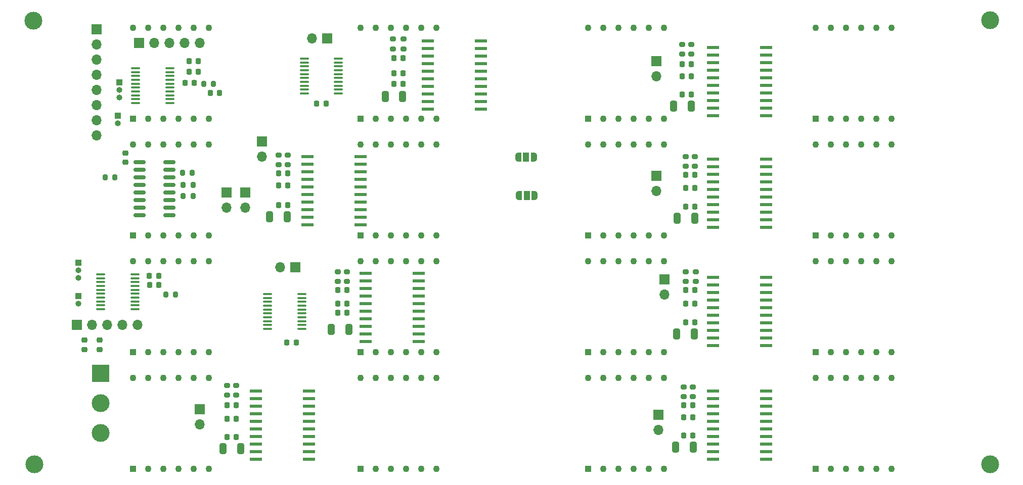
<source format=gbr>
%TF.GenerationSoftware,KiCad,Pcbnew,7.0.9*%
%TF.CreationDate,2024-05-27T22:26:10+09:00*%
%TF.ProjectId,segments-2-the-absurd,7365676d-656e-4747-932d-322d7468652d,rev?*%
%TF.SameCoordinates,Original*%
%TF.FileFunction,Soldermask,Bot*%
%TF.FilePolarity,Negative*%
%FSLAX46Y46*%
G04 Gerber Fmt 4.6, Leading zero omitted, Abs format (unit mm)*
G04 Created by KiCad (PCBNEW 7.0.9) date 2024-05-27 22:26:10*
%MOMM*%
%LPD*%
G01*
G04 APERTURE LIST*
G04 Aperture macros list*
%AMRoundRect*
0 Rectangle with rounded corners*
0 $1 Rounding radius*
0 $2 $3 $4 $5 $6 $7 $8 $9 X,Y pos of 4 corners*
0 Add a 4 corners polygon primitive as box body*
4,1,4,$2,$3,$4,$5,$6,$7,$8,$9,$2,$3,0*
0 Add four circle primitives for the rounded corners*
1,1,$1+$1,$2,$3*
1,1,$1+$1,$4,$5*
1,1,$1+$1,$6,$7*
1,1,$1+$1,$8,$9*
0 Add four rect primitives between the rounded corners*
20,1,$1+$1,$2,$3,$4,$5,0*
20,1,$1+$1,$4,$5,$6,$7,0*
20,1,$1+$1,$6,$7,$8,$9,0*
20,1,$1+$1,$8,$9,$2,$3,0*%
%AMFreePoly0*
4,1,19,0.550000,-0.750000,0.000000,-0.750000,0.000000,-0.744911,-0.071157,-0.744911,-0.207708,-0.704816,-0.327430,-0.627875,-0.420627,-0.520320,-0.479746,-0.390866,-0.500000,-0.250000,-0.500000,0.250000,-0.479746,0.390866,-0.420627,0.520320,-0.327430,0.627875,-0.207708,0.704816,-0.071157,0.744911,0.000000,0.744911,0.000000,0.750000,0.550000,0.750000,0.550000,-0.750000,0.550000,-0.750000,
$1*%
%AMFreePoly1*
4,1,19,0.000000,0.744911,0.071157,0.744911,0.207708,0.704816,0.327430,0.627875,0.420627,0.520320,0.479746,0.390866,0.500000,0.250000,0.500000,-0.250000,0.479746,-0.390866,0.420627,-0.520320,0.327430,-0.627875,0.207708,-0.704816,0.071157,-0.744911,0.000000,-0.744911,0.000000,-0.750000,-0.550000,-0.750000,-0.550000,0.750000,0.000000,0.750000,0.000000,0.744911,0.000000,0.744911,
$1*%
G04 Aperture macros list end*
%ADD10R,1.100000X1.100000*%
%ADD11C,1.100000*%
%ADD12C,3.000000*%
%ADD13R,3.000000X3.000000*%
%ADD14RoundRect,0.250000X0.325000X0.650000X-0.325000X0.650000X-0.325000X-0.650000X0.325000X-0.650000X0*%
%ADD15RoundRect,0.225000X0.225000X0.250000X-0.225000X0.250000X-0.225000X-0.250000X0.225000X-0.250000X0*%
%ADD16R,2.000000X0.600000*%
%ADD17RoundRect,0.225000X-0.250000X0.225000X-0.250000X-0.225000X0.250000X-0.225000X0.250000X0.225000X0*%
%ADD18R,1.000000X1.000000*%
%ADD19O,1.000000X1.000000*%
%ADD20RoundRect,0.200000X-0.275000X0.200000X-0.275000X-0.200000X0.275000X-0.200000X0.275000X0.200000X0*%
%ADD21RoundRect,0.100000X-0.637500X-0.100000X0.637500X-0.100000X0.637500X0.100000X-0.637500X0.100000X0*%
%ADD22R,1.700000X1.700000*%
%ADD23O,1.700000X1.700000*%
%ADD24RoundRect,0.225000X-0.225000X-0.250000X0.225000X-0.250000X0.225000X0.250000X-0.225000X0.250000X0*%
%ADD25RoundRect,0.200000X0.200000X0.275000X-0.200000X0.275000X-0.200000X-0.275000X0.200000X-0.275000X0*%
%ADD26RoundRect,0.225000X0.250000X-0.225000X0.250000X0.225000X-0.250000X0.225000X-0.250000X-0.225000X0*%
%ADD27RoundRect,0.150000X0.850000X0.150000X-0.850000X0.150000X-0.850000X-0.150000X0.850000X-0.150000X0*%
%ADD28RoundRect,0.200000X-0.200000X-0.275000X0.200000X-0.275000X0.200000X0.275000X-0.200000X0.275000X0*%
%ADD29RoundRect,0.100000X0.637500X0.100000X-0.637500X0.100000X-0.637500X-0.100000X0.637500X-0.100000X0*%
%ADD30FreePoly0,180.000000*%
%ADD31R,1.000000X1.500000*%
%ADD32FreePoly1,180.000000*%
G04 APERTURE END LIST*
D10*
%TO.C,D12*%
X331470000Y-158494000D03*
D11*
X334010000Y-158494000D03*
X336550000Y-158494000D03*
X339090000Y-158494000D03*
X341630000Y-158494000D03*
X344170000Y-158494000D03*
X344170000Y-143254000D03*
X341630000Y-143254000D03*
X339090000Y-143254000D03*
X336550000Y-143254000D03*
X334010000Y-143254000D03*
X331470000Y-143254000D03*
%TD*%
D10*
%TO.C,D2*%
X255271000Y-119378000D03*
D11*
X257811000Y-119378000D03*
X260351000Y-119378000D03*
X262891000Y-119378000D03*
X265431000Y-119378000D03*
X267971000Y-119378000D03*
X267971000Y-104138000D03*
X265431000Y-104138000D03*
X262891000Y-104138000D03*
X260351000Y-104138000D03*
X257811000Y-104138000D03*
X255271000Y-104138000D03*
%TD*%
D12*
%TO.C,REF\u002A\u002A*%
X360680000Y-102870000D03*
%TD*%
D13*
%TO.C,J1*%
X211775200Y-162030400D03*
D12*
X211775200Y-167030400D03*
X211775200Y-172030400D03*
%TD*%
D10*
%TO.C,D6*%
X255270000Y-138936000D03*
D11*
X257810000Y-138936000D03*
X260350000Y-138936000D03*
X262890000Y-138936000D03*
X265430000Y-138936000D03*
X267970000Y-138936000D03*
X267970000Y-123696000D03*
X265430000Y-123696000D03*
X262890000Y-123696000D03*
X260350000Y-123696000D03*
X257810000Y-123696000D03*
X255270000Y-123696000D03*
%TD*%
D10*
%TO.C,D8*%
X331470000Y-138936000D03*
D11*
X334010000Y-138936000D03*
X336550000Y-138936000D03*
X339090000Y-138936000D03*
X341630000Y-138936000D03*
X344170000Y-138936000D03*
X344170000Y-123696000D03*
X341630000Y-123696000D03*
X339090000Y-123696000D03*
X336550000Y-123696000D03*
X334010000Y-123696000D03*
X331470000Y-123696000D03*
%TD*%
D10*
%TO.C,D7*%
X293370000Y-138936000D03*
D11*
X295910000Y-138936000D03*
X298450000Y-138936000D03*
X300990000Y-138936000D03*
X303530000Y-138936000D03*
X306070000Y-138936000D03*
X306070000Y-123696000D03*
X303530000Y-123696000D03*
X300990000Y-123696000D03*
X298450000Y-123696000D03*
X295910000Y-123696000D03*
X293370000Y-123696000D03*
%TD*%
D10*
%TO.C,D1*%
X217171000Y-119378000D03*
D11*
X219711000Y-119378000D03*
X222251000Y-119378000D03*
X224791000Y-119378000D03*
X227331000Y-119378000D03*
X229871000Y-119378000D03*
X229871000Y-104138000D03*
X227331000Y-104138000D03*
X224791000Y-104138000D03*
X222251000Y-104138000D03*
X219711000Y-104138000D03*
X217171000Y-104138000D03*
%TD*%
D10*
%TO.C,D15*%
X293370000Y-178052000D03*
D11*
X295910000Y-178052000D03*
X298450000Y-178052000D03*
X300990000Y-178052000D03*
X303530000Y-178052000D03*
X306070000Y-178052000D03*
X306070000Y-162812000D03*
X303530000Y-162812000D03*
X300990000Y-162812000D03*
X298450000Y-162812000D03*
X295910000Y-162812000D03*
X293370000Y-162812000D03*
%TD*%
D12*
%TO.C,REF\u002A\u002A*%
X360680000Y-177292000D03*
%TD*%
D10*
%TO.C,D5*%
X217170000Y-138936000D03*
D11*
X219710000Y-138936000D03*
X222250000Y-138936000D03*
X224790000Y-138936000D03*
X227330000Y-138936000D03*
X229870000Y-138936000D03*
X229870000Y-123696000D03*
X227330000Y-123696000D03*
X224790000Y-123696000D03*
X222250000Y-123696000D03*
X219710000Y-123696000D03*
X217170000Y-123696000D03*
%TD*%
D12*
%TO.C,REF\u002A\u002A*%
X200660000Y-177292000D03*
%TD*%
D10*
%TO.C,D3*%
X293372000Y-119380000D03*
D11*
X295912000Y-119380000D03*
X298452000Y-119380000D03*
X300992000Y-119380000D03*
X303532000Y-119380000D03*
X306072000Y-119380000D03*
X306072000Y-104140000D03*
X303532000Y-104140000D03*
X300992000Y-104140000D03*
X298452000Y-104140000D03*
X295912000Y-104140000D03*
X293372000Y-104140000D03*
%TD*%
D12*
%TO.C,REF\u002A\u002A*%
X200507600Y-102946200D03*
%TD*%
D10*
%TO.C,D9*%
X217170000Y-158494000D03*
D11*
X219710000Y-158494000D03*
X222250000Y-158494000D03*
X224790000Y-158494000D03*
X227330000Y-158494000D03*
X229870000Y-158494000D03*
X229870000Y-143254000D03*
X227330000Y-143254000D03*
X224790000Y-143254000D03*
X222250000Y-143254000D03*
X219710000Y-143254000D03*
X217170000Y-143254000D03*
%TD*%
D10*
%TO.C,D16*%
X331470000Y-178052000D03*
D11*
X334010000Y-178052000D03*
X336550000Y-178052000D03*
X339090000Y-178052000D03*
X341630000Y-178052000D03*
X344170000Y-178052000D03*
X344170000Y-162812000D03*
X341630000Y-162812000D03*
X339090000Y-162812000D03*
X336550000Y-162812000D03*
X334010000Y-162812000D03*
X331470000Y-162812000D03*
%TD*%
D10*
%TO.C,D11*%
X293371000Y-158492000D03*
D11*
X295911000Y-158492000D03*
X298451000Y-158492000D03*
X300991000Y-158492000D03*
X303531000Y-158492000D03*
X306071000Y-158492000D03*
X306071000Y-143252000D03*
X303531000Y-143252000D03*
X300991000Y-143252000D03*
X298451000Y-143252000D03*
X295911000Y-143252000D03*
X293371000Y-143252000D03*
%TD*%
D10*
%TO.C,D10*%
X255270000Y-158494000D03*
D11*
X257810000Y-158494000D03*
X260350000Y-158494000D03*
X262890000Y-158494000D03*
X265430000Y-158494000D03*
X267970000Y-158494000D03*
X267970000Y-143254000D03*
X265430000Y-143254000D03*
X262890000Y-143254000D03*
X260350000Y-143254000D03*
X257810000Y-143254000D03*
X255270000Y-143254000D03*
%TD*%
D10*
%TO.C,D13*%
X217170000Y-178052000D03*
D11*
X219710000Y-178052000D03*
X222250000Y-178052000D03*
X224790000Y-178052000D03*
X227330000Y-178052000D03*
X229870000Y-178052000D03*
X229870000Y-162812000D03*
X227330000Y-162812000D03*
X224790000Y-162812000D03*
X222250000Y-162812000D03*
X219710000Y-162812000D03*
X217170000Y-162812000D03*
%TD*%
D10*
%TO.C,D4*%
X331472000Y-119380000D03*
D11*
X334012000Y-119380000D03*
X336552000Y-119380000D03*
X339092000Y-119380000D03*
X341632000Y-119380000D03*
X344172000Y-119380000D03*
X344172000Y-104140000D03*
X341632000Y-104140000D03*
X339092000Y-104140000D03*
X336552000Y-104140000D03*
X334012000Y-104140000D03*
X331472000Y-104140000D03*
%TD*%
D10*
%TO.C,D14*%
X255270000Y-178052000D03*
D11*
X257810000Y-178052000D03*
X260350000Y-178052000D03*
X262890000Y-178052000D03*
X265430000Y-178052000D03*
X267970000Y-178052000D03*
X267970000Y-162812000D03*
X265430000Y-162812000D03*
X262890000Y-162812000D03*
X260350000Y-162812000D03*
X257810000Y-162812000D03*
X255270000Y-162812000D03*
%TD*%
D14*
%TO.C,C20*%
X253316000Y-154660600D03*
X250366000Y-154660600D03*
%TD*%
D15*
%TO.C,C35*%
X252997000Y-151892000D03*
X251447000Y-151892000D03*
%TD*%
D16*
%TO.C,U2*%
X323232500Y-107442000D03*
X323232500Y-108712000D03*
X323232500Y-109982000D03*
X323232500Y-111252000D03*
X323232500Y-112522000D03*
X323232500Y-113792000D03*
X323232500Y-115062000D03*
X323232500Y-116332000D03*
X323232500Y-117602000D03*
X323232500Y-118872000D03*
X314307500Y-118872000D03*
X314307500Y-117602000D03*
X314307500Y-116332000D03*
X314307500Y-115062000D03*
X314307500Y-113792000D03*
X314307500Y-112522000D03*
X314307500Y-111252000D03*
X314307500Y-109982000D03*
X314307500Y-108712000D03*
X314307500Y-107442000D03*
%TD*%
D17*
%TO.C,C1*%
X215900000Y-125082000D03*
X215900000Y-126632000D03*
%TD*%
D15*
%TO.C,C10*%
X311290000Y-150368000D03*
X309740000Y-150368000D03*
%TD*%
D18*
%TO.C,J7*%
X214630000Y-118872000D03*
D19*
X214630000Y-120142000D03*
%TD*%
D16*
%TO.C,U3*%
X323232500Y-145923000D03*
X323232500Y-147193000D03*
X323232500Y-148463000D03*
X323232500Y-149733000D03*
X323232500Y-151003000D03*
X323232500Y-152273000D03*
X323232500Y-153543000D03*
X323232500Y-154813000D03*
X323232500Y-156083000D03*
X323232500Y-157353000D03*
X314307500Y-157353000D03*
X314307500Y-156083000D03*
X314307500Y-154813000D03*
X314307500Y-153543000D03*
X314307500Y-152273000D03*
X314307500Y-151003000D03*
X314307500Y-149733000D03*
X314307500Y-148463000D03*
X314307500Y-147193000D03*
X314307500Y-145923000D03*
%TD*%
D20*
%TO.C,R11*%
X260748500Y-105982000D03*
X260748500Y-107632000D03*
%TD*%
D15*
%TO.C,C22*%
X234455000Y-169672000D03*
X232905000Y-169672000D03*
%TD*%
D21*
%TO.C,U9*%
X239707500Y-154563000D03*
X239707500Y-153913000D03*
X239707500Y-153263000D03*
X239707500Y-152613000D03*
X239707500Y-151963000D03*
X239707500Y-151313000D03*
X239707500Y-150663000D03*
X239707500Y-150013000D03*
X239707500Y-149363000D03*
X239707500Y-148713000D03*
X245432500Y-148713000D03*
X245432500Y-149363000D03*
X245432500Y-150013000D03*
X245432500Y-150663000D03*
X245432500Y-151313000D03*
X245432500Y-151963000D03*
X245432500Y-152613000D03*
X245432500Y-153263000D03*
X245432500Y-153913000D03*
X245432500Y-154563000D03*
%TD*%
D18*
%TO.C,J8*%
X208026000Y-149098000D03*
D19*
X208026000Y-150368000D03*
%TD*%
D15*
%TO.C,C11*%
X311290000Y-148082000D03*
X309740000Y-148082000D03*
%TD*%
D22*
%TO.C,J13*%
X228346000Y-168016000D03*
D23*
X228346000Y-170556000D03*
%TD*%
D15*
%TO.C,C23*%
X234455000Y-167386000D03*
X232905000Y-167386000D03*
%TD*%
D22*
%TO.C,J2*%
X211074000Y-104394000D03*
D23*
X211074000Y-106934000D03*
X211074000Y-109474000D03*
X211074000Y-112014000D03*
X211074000Y-114554000D03*
X211074000Y-117094000D03*
X211074000Y-119634000D03*
X211074000Y-122174000D03*
%TD*%
D20*
%TO.C,R10*%
X243085000Y-125413000D03*
X243085000Y-127063000D03*
%TD*%
D16*
%TO.C,U5*%
X275480500Y-106299000D03*
X275480500Y-107569000D03*
X275480500Y-108839000D03*
X275480500Y-110109000D03*
X275480500Y-111379000D03*
X275480500Y-112649000D03*
X275480500Y-113919000D03*
X275480500Y-115189000D03*
X275480500Y-116459000D03*
X275480500Y-117729000D03*
X266555500Y-117729000D03*
X266555500Y-116459000D03*
X266555500Y-115189000D03*
X266555500Y-113919000D03*
X266555500Y-112649000D03*
X266555500Y-111379000D03*
X266555500Y-110109000D03*
X266555500Y-108839000D03*
X266555500Y-107569000D03*
X266555500Y-106299000D03*
%TD*%
D22*
%TO.C,J15*%
X304800000Y-128900000D03*
D23*
X304800000Y-131440000D03*
%TD*%
D15*
%TO.C,C18*%
X262395000Y-111760000D03*
X260845000Y-111760000D03*
%TD*%
%TO.C,C19*%
X262395000Y-109220000D03*
X260845000Y-109220000D03*
%TD*%
%TO.C,C40*%
X311290000Y-130937000D03*
X309740000Y-130937000D03*
%TD*%
D24*
%TO.C,C29*%
X219925600Y-145694400D03*
X221475600Y-145694400D03*
%TD*%
D15*
%TO.C,C45*%
X310909000Y-167386000D03*
X309359000Y-167386000D03*
%TD*%
D17*
%TO.C,C33*%
X209042000Y-156451000D03*
X209042000Y-158001000D03*
%TD*%
D20*
%TO.C,R19*%
X309760000Y-125667000D03*
X309760000Y-127317000D03*
%TD*%
D25*
%TO.C,R2*%
X227133500Y-128397000D03*
X225483500Y-128397000D03*
%TD*%
D14*
%TO.C,C34*%
X235231200Y-174625000D03*
X232281200Y-174625000D03*
%TD*%
D24*
%TO.C,C30*%
X219951000Y-147218400D03*
X221501000Y-147218400D03*
%TD*%
D26*
%TO.C,C32*%
X211582000Y-158001000D03*
X211582000Y-156451000D03*
%TD*%
D16*
%TO.C,U4*%
X255305000Y-125730000D03*
X255305000Y-127000000D03*
X255305000Y-128270000D03*
X255305000Y-129540000D03*
X255305000Y-130810000D03*
X255305000Y-132080000D03*
X255305000Y-133350000D03*
X255305000Y-134620000D03*
X255305000Y-135890000D03*
X255305000Y-137160000D03*
X246380000Y-137160000D03*
X246380000Y-135890000D03*
X246380000Y-134620000D03*
X246380000Y-133350000D03*
X246380000Y-132080000D03*
X246380000Y-130810000D03*
X246380000Y-129540000D03*
X246380000Y-128270000D03*
X246380000Y-127000000D03*
X246380000Y-125730000D03*
%TD*%
D20*
%TO.C,R21*%
X309372000Y-164275000D03*
X309372000Y-165925000D03*
%TD*%
D24*
%TO.C,C27*%
X230111000Y-115062000D03*
X231661000Y-115062000D03*
%TD*%
D20*
%TO.C,R6*%
X310642000Y-106871000D03*
X310642000Y-108521000D03*
%TD*%
D18*
%TO.C,J18*%
X214884000Y-113279000D03*
D19*
X214884000Y-114549000D03*
X214884000Y-115819000D03*
%TD*%
D25*
%TO.C,R4*%
X227260500Y-132334000D03*
X225610500Y-132334000D03*
%TD*%
D15*
%TO.C,C39*%
X311290000Y-134082000D03*
X309740000Y-134082000D03*
%TD*%
%TO.C,C13*%
X243091000Y-133858000D03*
X241541000Y-133858000D03*
%TD*%
D21*
%TO.C,U7*%
X245872000Y-115122000D03*
X245872000Y-114472000D03*
X245872000Y-113822000D03*
X245872000Y-113172000D03*
X245872000Y-112522000D03*
X245872000Y-111872000D03*
X245872000Y-111222000D03*
X245872000Y-110572000D03*
X245872000Y-109922000D03*
X245872000Y-109272000D03*
X251597000Y-109272000D03*
X251597000Y-109922000D03*
X251597000Y-110572000D03*
X251597000Y-111222000D03*
X251597000Y-111872000D03*
X251597000Y-112522000D03*
X251597000Y-113172000D03*
X251597000Y-113822000D03*
X251597000Y-114472000D03*
X251597000Y-115122000D03*
%TD*%
D25*
%TO.C,R3*%
X227260500Y-130429000D03*
X225610500Y-130429000D03*
%TD*%
D22*
%TO.C,J14*%
X244348000Y-144272000D03*
D23*
X241808000Y-144272000D03*
%TD*%
D15*
%TO.C,C9*%
X311290000Y-153483000D03*
X309740000Y-153483000D03*
%TD*%
%TO.C,C43*%
X310909000Y-172466000D03*
X309359000Y-172466000D03*
%TD*%
D27*
%TO.C,U1*%
X223260500Y-126619000D03*
X223260500Y-127889000D03*
X223260500Y-129159000D03*
X223260500Y-130429000D03*
X223260500Y-131699000D03*
X223260500Y-132969000D03*
X223260500Y-134239000D03*
X223260500Y-135509000D03*
X218260500Y-135509000D03*
X218260500Y-134239000D03*
X218260500Y-132969000D03*
X218260500Y-131699000D03*
X218260500Y-130429000D03*
X218260500Y-129159000D03*
X218260500Y-127889000D03*
X218260500Y-126619000D03*
%TD*%
D15*
%TO.C,C44*%
X310909000Y-169418000D03*
X309359000Y-169418000D03*
%TD*%
D28*
%TO.C,R1*%
X212535000Y-129159000D03*
X214185000Y-129159000D03*
%TD*%
D14*
%TO.C,C16*%
X262358400Y-115646200D03*
X259408400Y-115646200D03*
%TD*%
D15*
%TO.C,C15*%
X243091000Y-128524000D03*
X241541000Y-128524000D03*
%TD*%
D22*
%TO.C,J4*%
X218186000Y-106680000D03*
D23*
X220726000Y-106680000D03*
X223266000Y-106680000D03*
X225806000Y-106680000D03*
X228346000Y-106680000D03*
%TD*%
D14*
%TO.C,C12*%
X242978200Y-135788400D03*
X240028200Y-135788400D03*
%TD*%
%TO.C,C42*%
X311024800Y-174396400D03*
X308074800Y-174396400D03*
%TD*%
D29*
%TO.C,U10*%
X217492500Y-145411000D03*
X217492500Y-146061000D03*
X217492500Y-146711000D03*
X217492500Y-147361000D03*
X217492500Y-148011000D03*
X217492500Y-148661000D03*
X217492500Y-149311000D03*
X217492500Y-149961000D03*
X217492500Y-150611000D03*
X217492500Y-151261000D03*
X211767500Y-151261000D03*
X211767500Y-150611000D03*
X211767500Y-149961000D03*
X211767500Y-149311000D03*
X211767500Y-148661000D03*
X211767500Y-148011000D03*
X211767500Y-147361000D03*
X211767500Y-146711000D03*
X211767500Y-146061000D03*
X211767500Y-145411000D03*
%TD*%
D16*
%TO.C,U12*%
X323232500Y-126111000D03*
X323232500Y-127381000D03*
X323232500Y-128651000D03*
X323232500Y-129921000D03*
X323232500Y-131191000D03*
X323232500Y-132461000D03*
X323232500Y-133731000D03*
X323232500Y-135001000D03*
X323232500Y-136271000D03*
X323232500Y-137541000D03*
X314307500Y-137541000D03*
X314307500Y-136271000D03*
X314307500Y-135001000D03*
X314307500Y-133731000D03*
X314307500Y-132461000D03*
X314307500Y-131191000D03*
X314307500Y-129921000D03*
X314307500Y-128651000D03*
X314307500Y-127381000D03*
X314307500Y-126111000D03*
%TD*%
D20*
%TO.C,R5*%
X309118000Y-106871000D03*
X309118000Y-108521000D03*
%TD*%
D15*
%TO.C,C37*%
X252997000Y-148082000D03*
X251447000Y-148082000D03*
%TD*%
D28*
%TO.C,R15*%
X229045000Y-113538000D03*
X230695000Y-113538000D03*
%TD*%
D22*
%TO.C,J20*%
X232867200Y-131673600D03*
D23*
X232867200Y-134213600D03*
%TD*%
D15*
%TO.C,C5*%
X310655000Y-115316000D03*
X309105000Y-115316000D03*
%TD*%
D22*
%TO.C,J11*%
X238760000Y-123190000D03*
D23*
X238760000Y-125730000D03*
%TD*%
D14*
%TO.C,C38*%
X311228000Y-135991600D03*
X308278000Y-135991600D03*
%TD*%
D15*
%TO.C,C36*%
X252997000Y-150368000D03*
X251447000Y-150368000D03*
%TD*%
D20*
%TO.C,R8*%
X311397000Y-144971000D03*
X311397000Y-146621000D03*
%TD*%
%TO.C,R13*%
X232918000Y-164021000D03*
X232918000Y-165671000D03*
%TD*%
%TO.C,R17*%
X251460000Y-144971000D03*
X251460000Y-146621000D03*
%TD*%
%TO.C,R20*%
X311277000Y-125667000D03*
X311277000Y-127317000D03*
%TD*%
D24*
%TO.C,C31*%
X242967500Y-156820000D03*
X244517500Y-156820000D03*
%TD*%
D15*
%TO.C,C7*%
X310655000Y-110236000D03*
X309105000Y-110236000D03*
%TD*%
%TO.C,C17*%
X262395000Y-113538000D03*
X260845000Y-113538000D03*
%TD*%
D14*
%TO.C,C4*%
X310669200Y-117246400D03*
X307719200Y-117246400D03*
%TD*%
D15*
%TO.C,C14*%
X243091000Y-130556000D03*
X241541000Y-130556000D03*
%TD*%
D22*
%TO.C,J16*%
X305135000Y-168981000D03*
D23*
X305135000Y-171521000D03*
%TD*%
D24*
%TO.C,C24*%
X226555000Y-109728000D03*
X228105000Y-109728000D03*
%TD*%
D20*
%TO.C,R18*%
X253044000Y-144984000D03*
X253044000Y-146634000D03*
%TD*%
D29*
%TO.C,U8*%
X223334500Y-110867000D03*
X223334500Y-111517000D03*
X223334500Y-112167000D03*
X223334500Y-112817000D03*
X223334500Y-113467000D03*
X223334500Y-114117000D03*
X223334500Y-114767000D03*
X223334500Y-115417000D03*
X223334500Y-116067000D03*
X223334500Y-116717000D03*
X217609500Y-116717000D03*
X217609500Y-116067000D03*
X217609500Y-115417000D03*
X217609500Y-114767000D03*
X217609500Y-114117000D03*
X217609500Y-113467000D03*
X217609500Y-112817000D03*
X217609500Y-112167000D03*
X217609500Y-111517000D03*
X217609500Y-110867000D03*
%TD*%
D15*
%TO.C,C6*%
X310655000Y-112268000D03*
X309105000Y-112268000D03*
%TD*%
D30*
%TO.C,JP1*%
X284316000Y-125746000D03*
D31*
X283016000Y-125746000D03*
D32*
X281716000Y-125746000D03*
%TD*%
D15*
%TO.C,C26*%
X249509500Y-116769000D03*
X247959500Y-116769000D03*
%TD*%
D16*
%TO.C,U6*%
X246674500Y-164973000D03*
X246674500Y-166243000D03*
X246674500Y-167513000D03*
X246674500Y-168783000D03*
X246674500Y-170053000D03*
X246674500Y-171323000D03*
X246674500Y-172593000D03*
X246674500Y-173863000D03*
X246674500Y-175133000D03*
X246674500Y-176403000D03*
X237749500Y-176403000D03*
X237749500Y-175133000D03*
X237749500Y-173863000D03*
X237749500Y-172593000D03*
X237749500Y-171323000D03*
X237749500Y-170053000D03*
X237749500Y-168783000D03*
X237749500Y-167513000D03*
X237749500Y-166243000D03*
X237749500Y-164973000D03*
%TD*%
%TO.C,U13*%
X323232500Y-164973000D03*
X323232500Y-166243000D03*
X323232500Y-167513000D03*
X323232500Y-168783000D03*
X323232500Y-170053000D03*
X323232500Y-171323000D03*
X323232500Y-172593000D03*
X323232500Y-173863000D03*
X323232500Y-175133000D03*
X323232500Y-176403000D03*
X314307500Y-176403000D03*
X314307500Y-175133000D03*
X314307500Y-173863000D03*
X314307500Y-172593000D03*
X314307500Y-171323000D03*
X314307500Y-170053000D03*
X314307500Y-168783000D03*
X314307500Y-167513000D03*
X314307500Y-166243000D03*
X314307500Y-164973000D03*
%TD*%
D25*
%TO.C,R16*%
X224345000Y-148844000D03*
X222695000Y-148844000D03*
%TD*%
D20*
%TO.C,R7*%
X309753000Y-144971000D03*
X309753000Y-146621000D03*
%TD*%
D15*
%TO.C,C21*%
X234455000Y-172720000D03*
X232905000Y-172720000D03*
%TD*%
D30*
%TO.C,JP2*%
X284413000Y-132207000D03*
D31*
X283113000Y-132207000D03*
D32*
X281813000Y-132207000D03*
%TD*%
D20*
%TO.C,R22*%
X310896000Y-164275000D03*
X310896000Y-165925000D03*
%TD*%
D24*
%TO.C,C28*%
X225894600Y-113309400D03*
X227444600Y-113309400D03*
%TD*%
D20*
%TO.C,R12*%
X262526500Y-105982000D03*
X262526500Y-107632000D03*
%TD*%
D14*
%TO.C,C8*%
X311151800Y-155448000D03*
X308201800Y-155448000D03*
%TD*%
D22*
%TO.C,J12*%
X249682000Y-105918000D03*
D23*
X247142000Y-105918000D03*
%TD*%
D20*
%TO.C,R14*%
X234442000Y-164021000D03*
X234442000Y-165671000D03*
%TD*%
D24*
%TO.C,C25*%
X226555000Y-111506000D03*
X228105000Y-111506000D03*
%TD*%
D22*
%TO.C,J9*%
X304800000Y-109723000D03*
D23*
X304800000Y-112263000D03*
%TD*%
D22*
%TO.C,J10*%
X306197000Y-146304000D03*
D23*
X306197000Y-148844000D03*
%TD*%
D16*
%TO.C,U11*%
X265066500Y-145288000D03*
X265066500Y-146558000D03*
X265066500Y-147828000D03*
X265066500Y-149098000D03*
X265066500Y-150368000D03*
X265066500Y-151638000D03*
X265066500Y-152908000D03*
X265066500Y-154178000D03*
X265066500Y-155448000D03*
X265066500Y-156718000D03*
X256141500Y-156718000D03*
X256141500Y-155448000D03*
X256141500Y-154178000D03*
X256141500Y-152908000D03*
X256141500Y-151638000D03*
X256141500Y-150368000D03*
X256141500Y-149098000D03*
X256141500Y-147828000D03*
X256141500Y-146558000D03*
X256141500Y-145288000D03*
%TD*%
D22*
%TO.C,J6*%
X207777000Y-153924000D03*
D23*
X210317000Y-153924000D03*
X212857000Y-153924000D03*
X215397000Y-153924000D03*
X217937000Y-153924000D03*
%TD*%
D15*
%TO.C,C41*%
X311290000Y-128778000D03*
X309740000Y-128778000D03*
%TD*%
D18*
%TO.C,J19*%
X208026000Y-143505000D03*
D19*
X208026000Y-144775000D03*
X208026000Y-146045000D03*
%TD*%
D22*
%TO.C,J17*%
X235991400Y-131673600D03*
D23*
X235991400Y-134213600D03*
%TD*%
D20*
%TO.C,R9*%
X241554000Y-125413000D03*
X241554000Y-127063000D03*
%TD*%
M02*

</source>
